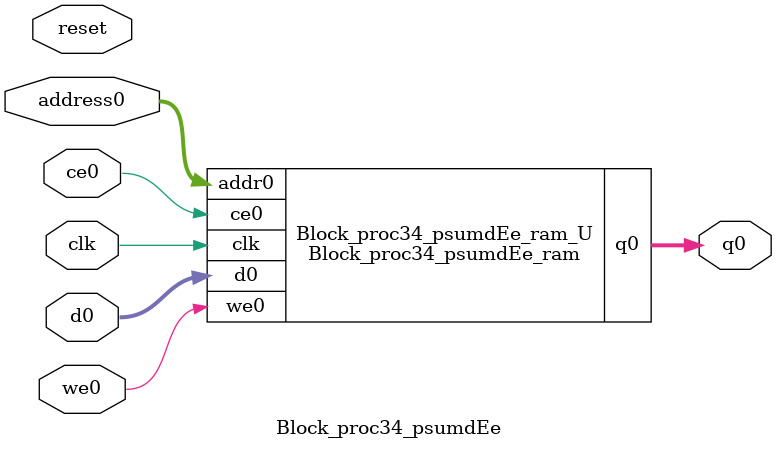
<source format=v>
`timescale 1 ns / 1 ps
module Block_proc34_psumdEe_ram (addr0, ce0, d0, we0, q0,  clk);

parameter DWIDTH = 16;
parameter AWIDTH = 8;
parameter MEM_SIZE = 256;

input[AWIDTH-1:0] addr0;
input ce0;
input[DWIDTH-1:0] d0;
input we0;
output reg[DWIDTH-1:0] q0;
input clk;

(* ram_style = "block" *)reg [DWIDTH-1:0] ram[0:MEM_SIZE-1];




always @(posedge clk)  
begin 
    if (ce0) begin
        if (we0) 
            ram[addr0] <= d0; 
        q0 <= ram[addr0];
    end
end


endmodule

`timescale 1 ns / 1 ps
module Block_proc34_psumdEe(
    reset,
    clk,
    address0,
    ce0,
    we0,
    d0,
    q0);

parameter DataWidth = 32'd16;
parameter AddressRange = 32'd256;
parameter AddressWidth = 32'd8;
input reset;
input clk;
input[AddressWidth - 1:0] address0;
input ce0;
input we0;
input[DataWidth - 1:0] d0;
output[DataWidth - 1:0] q0;



Block_proc34_psumdEe_ram Block_proc34_psumdEe_ram_U(
    .clk( clk ),
    .addr0( address0 ),
    .ce0( ce0 ),
    .we0( we0 ),
    .d0( d0 ),
    .q0( q0 ));

endmodule


</source>
